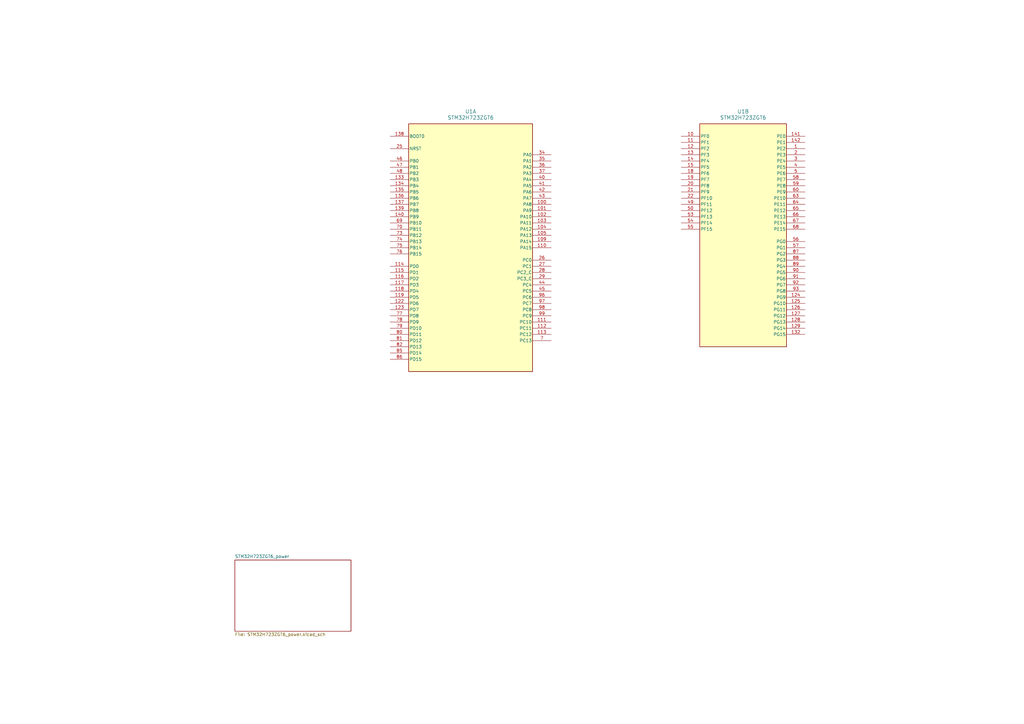
<source format=kicad_sch>
(kicad_sch (version 20231120) (generator "eeschema") (generator_version "8.0")
  (paper "A3")
  (lib_symbols
    (symbol "STM32H723ZGT6:STM32H723ZGT6" (pin_names (offset 0.254))
      (property "Reference" "U" (at 13.716 -17.018 0))
      (property "Value" "STM32H723ZGT6" (at 22.098 -19.812 0))
      (symbol "STM32H723ZGT6_1_1"
        (rectangle (start 7.62 5.08) (end 58.42 -96.52) (stroke (width 0.254)) (fill (type background)))
        (pin bidirectional line (at 66.04 -27.94 180) (length 7.62) (name "PA8") (number "100"))
        (pin bidirectional line (at 66.04 -30.48 180) (length 7.62) (name "PA9") (number "101"))
        (pin bidirectional line (at 66.04 -33.02 180) (length 7.62) (name "PA10") (number "102"))
        (pin bidirectional line (at 66.04 -35.56 180) (length 7.62) (name "PA11") (number "103"))
        (pin bidirectional line (at 66.04 -38.1 180) (length 7.62) (name "PA12") (number "104"))
        (pin bidirectional line (at 66.04 -40.64 180) (length 7.62) (name "PA13") (number "105"))
        (pin bidirectional line (at 66.04 -43.18 180) (length 7.62) (name "PA14") (number "109"))
        (pin bidirectional line (at 66.04 -45.72 180) (length 7.62) (name "PA15") (number "110"))
        (pin bidirectional line (at 66.04 -76.2 180) (length 7.62) (name "PC10") (number "111"))
        (pin bidirectional line (at 66.04 -78.74 180) (length 7.62) (name "PC11") (number "112"))
        (pin bidirectional line (at 66.04 -81.28 180) (length 7.62) (name "PC12") (number "113"))
        (pin bidirectional line (at 0 -53.34 0) (length 7.62) (name "PD0") (number "114"))
        (pin bidirectional line (at 0 -55.88 0) (length 7.62) (name "PD1") (number "115"))
        (pin bidirectional line (at 0 -58.42 0) (length 7.62) (name "PD2") (number "116"))
        (pin bidirectional line (at 0 -60.96 0) (length 7.62) (name "PD3") (number "117"))
        (pin bidirectional line (at 0 -63.5 0) (length 7.62) (name "PD4") (number "118"))
        (pin bidirectional line (at 0 -66.04 0) (length 7.62) (name "PD5") (number "119"))
        (pin bidirectional line (at 0 -68.58 0) (length 7.62) (name "PD6") (number "122"))
        (pin bidirectional line (at 0 -71.12 0) (length 7.62) (name "PD7") (number "123"))
        (pin bidirectional line (at 0 -17.78 0) (length 7.62) (name "PB3") (number "133"))
        (pin bidirectional line (at 0 -20.32 0) (length 7.62) (name "PB4") (number "134"))
        (pin bidirectional line (at 0 -22.86 0) (length 7.62) (name "PB5") (number "135"))
        (pin bidirectional line (at 0 -25.4 0) (length 7.62) (name "PB6") (number "136"))
        (pin bidirectional line (at 0 -27.94 0) (length 7.62) (name "PB7") (number "137"))
        (pin input line (at 0 0 0) (length 7.62) (name "BOOT0") (number "138"))
        (pin bidirectional line (at 0 -30.48 0) (length 7.62) (name "PB8") (number "139"))
        (pin bidirectional line (at 0 -33.02 0) (length 7.62) (name "PB9") (number "140"))
        (pin bidirectional line (at 0 -5.08 0) (length 7.62) (name "NRST") (number "25"))
        (pin bidirectional line (at 66.04 -50.8 180) (length 7.62) (name "PC0") (number "26"))
        (pin bidirectional line (at 66.04 -53.34 180) (length 7.62) (name "PC1") (number "27"))
        (pin bidirectional line (at 66.04 -55.88 180) (length 7.62) (name "PC2_C") (number "28"))
        (pin bidirectional line (at 66.04 -58.42 180) (length 7.62) (name "PC3_C") (number "29"))
        (pin bidirectional line (at 66.04 -7.62 180) (length 7.62) (name "PA0") (number "34"))
        (pin bidirectional line (at 66.04 -10.16 180) (length 7.62) (name "PA1") (number "35"))
        (pin bidirectional line (at 66.04 -12.7 180) (length 7.62) (name "PA2") (number "36"))
        (pin bidirectional line (at 66.04 -15.24 180) (length 7.62) (name "PA3") (number "37"))
        (pin bidirectional line (at 66.04 -17.78 180) (length 7.62) (name "PA4") (number "40"))
        (pin bidirectional line (at 66.04 -20.32 180) (length 7.62) (name "PA5") (number "41"))
        (pin bidirectional line (at 66.04 -22.86 180) (length 7.62) (name "PA6") (number "42"))
        (pin bidirectional line (at 66.04 -25.4 180) (length 7.62) (name "PA7") (number "43"))
        (pin bidirectional line (at 66.04 -60.96 180) (length 7.62) (name "PC4") (number "44"))
        (pin bidirectional line (at 66.04 -63.5 180) (length 7.62) (name "PC5") (number "45"))
        (pin bidirectional line (at 0 -10.16 0) (length 7.62) (name "PB0") (number "46"))
        (pin bidirectional line (at 0 -12.7 0) (length 7.62) (name "PB1") (number "47"))
        (pin bidirectional line (at 0 -15.24 0) (length 7.62) (name "PB2") (number "48"))
        (pin bidirectional line (at 0 -35.56 0) (length 7.62) (name "PB10") (number "69"))
        (pin bidirectional line (at 66.04 -83.82 180) (length 7.62) (name "PC13") (number "7"))
        (pin bidirectional line (at 0 -38.1 0) (length 7.62) (name "PB11") (number "70"))
        (pin bidirectional line (at 0 -40.64 0) (length 7.62) (name "PB12") (number "73"))
        (pin bidirectional line (at 0 -43.18 0) (length 7.62) (name "PB13") (number "74"))
        (pin bidirectional line (at 0 -45.72 0) (length 7.62) (name "PB14") (number "75"))
        (pin bidirectional line (at 0 -48.26 0) (length 7.62) (name "PB15") (number "76"))
        (pin bidirectional line (at 0 -73.66 0) (length 7.62) (name "PD8") (number "77"))
        (pin bidirectional line (at 0 -76.2 0) (length 7.62) (name "PD9") (number "78"))
        (pin bidirectional line (at 0 -78.74 0) (length 7.62) (name "PD10") (number "79"))
        (pin bidirectional line (at 0 -81.28 0) (length 7.62) (name "PD11") (number "80"))
        (pin bidirectional line (at 0 -83.82 0) (length 7.62) (name "PD12") (number "81"))
        (pin bidirectional line (at 0 -86.36 0) (length 7.62) (name "PD13") (number "82"))
        (pin bidirectional line (at 0 -88.9 0) (length 7.62) (name "PD14") (number "85"))
        (pin bidirectional line (at 0 -91.44 0) (length 7.62) (name "PD15") (number "86"))
        (pin bidirectional line (at 66.04 -66.04 180) (length 7.62) (name "PC6") (number "96"))
        (pin bidirectional line (at 66.04 -68.58 180) (length 7.62) (name "PC7") (number "97"))
        (pin bidirectional line (at 66.04 -71.12 180) (length 7.62) (name "PC8") (number "98"))
        (pin bidirectional line (at 66.04 -73.66 180) (length 7.62) (name "PC9") (number "99"))
      )
      (symbol "STM32H723ZGT6_2_1"
        (rectangle (start 7.62 5.08) (end 43.18 -86.36) (stroke (width 0.254)) (fill (type background)))
        (pin bidirectional line (at 50.8 -5.08 180) (length 7.62) (name "PE2") (number "1"))
        (pin bidirectional line (at 0 0 0) (length 7.62) (name "PF0") (number "10"))
        (pin bidirectional line (at 0 -2.54 0) (length 7.62) (name "PF1") (number "11"))
        (pin bidirectional line (at 0 -5.08 0) (length 7.62) (name "PF2") (number "12"))
        (pin bidirectional line (at 50.8 -66.04 180) (length 7.62) (name "PG9") (number "124"))
        (pin bidirectional line (at 50.8 -68.58 180) (length 7.62) (name "PG10") (number "125"))
        (pin bidirectional line (at 50.8 -71.12 180) (length 7.62) (name "PG11") (number "126"))
        (pin bidirectional line (at 50.8 -73.66 180) (length 7.62) (name "PG12") (number "127"))
        (pin bidirectional line (at 50.8 -76.2 180) (length 7.62) (name "PG13") (number "128"))
        (pin bidirectional line (at 50.8 -78.74 180) (length 7.62) (name "PG14") (number "129"))
        (pin bidirectional line (at 0 -7.62 0) (length 7.62) (name "PF3") (number "13"))
        (pin bidirectional line (at 50.8 -81.28 180) (length 7.62) (name "PG15") (number "132"))
        (pin bidirectional line (at 0 -10.16 0) (length 7.62) (name "PF4") (number "14"))
        (pin bidirectional line (at 50.8 0 180) (length 7.62) (name "PE0") (number "141"))
        (pin bidirectional line (at 50.8 -2.54 180) (length 7.62) (name "PE1") (number "142"))
        (pin bidirectional line (at 0 -12.7 0) (length 7.62) (name "PF5") (number "15"))
        (pin bidirectional line (at 0 -15.24 0) (length 7.62) (name "PF6") (number "18"))
        (pin bidirectional line (at 0 -17.78 0) (length 7.62) (name "PF7") (number "19"))
        (pin bidirectional line (at 50.8 -7.62 180) (length 7.62) (name "PE3") (number "2"))
        (pin bidirectional line (at 0 -20.32 0) (length 7.62) (name "PF8") (number "20"))
        (pin bidirectional line (at 0 -22.86 0) (length 7.62) (name "PF9") (number "21"))
        (pin bidirectional line (at 0 -25.4 0) (length 7.62) (name "PF10") (number "22"))
        (pin bidirectional line (at 50.8 -10.16 180) (length 7.62) (name "PE4") (number "3"))
        (pin bidirectional line (at 50.8 -12.7 180) (length 7.62) (name "PE5") (number "4"))
        (pin bidirectional line (at 0 -27.94 0) (length 7.62) (name "PF11") (number "49"))
        (pin bidirectional line (at 50.8 -15.24 180) (length 7.62) (name "PE6") (number "5"))
        (pin bidirectional line (at 0 -30.48 0) (length 7.62) (name "PF12") (number "50"))
        (pin bidirectional line (at 0 -33.02 0) (length 7.62) (name "PF13") (number "53"))
        (pin bidirectional line (at 0 -35.56 0) (length 7.62) (name "PF14") (number "54"))
        (pin bidirectional line (at 0 -38.1 0) (length 7.62) (name "PF15") (number "55"))
        (pin bidirectional line (at 50.8 -43.18 180) (length 7.62) (name "PG0") (number "56"))
        (pin bidirectional line (at 50.8 -45.72 180) (length 7.62) (name "PG1") (number "57"))
        (pin bidirectional line (at 50.8 -17.78 180) (length 7.62) (name "PE7") (number "58"))
        (pin bidirectional line (at 50.8 -20.32 180) (length 7.62) (name "PE8") (number "59"))
        (pin bidirectional line (at 50.8 -22.86 180) (length 7.62) (name "PE9") (number "60"))
        (pin bidirectional line (at 50.8 -25.4 180) (length 7.62) (name "PE10") (number "63"))
        (pin bidirectional line (at 50.8 -27.94 180) (length 7.62) (name "PE11") (number "64"))
        (pin bidirectional line (at 50.8 -30.48 180) (length 7.62) (name "PE12") (number "65"))
        (pin bidirectional line (at 50.8 -33.02 180) (length 7.62) (name "PE13") (number "66"))
        (pin bidirectional line (at 50.8 -35.56 180) (length 7.62) (name "PE14") (number "67"))
        (pin bidirectional line (at 50.8 -38.1 180) (length 7.62) (name "PE15") (number "68"))
        (pin bidirectional line (at 50.8 -48.26 180) (length 7.62) (name "PG2") (number "87"))
        (pin bidirectional line (at 50.8 -50.8 180) (length 7.62) (name "PG3") (number "88"))
        (pin bidirectional line (at 50.8 -53.34 180) (length 7.62) (name "PG4") (number "89"))
        (pin bidirectional line (at 50.8 -55.88 180) (length 7.62) (name "PG5") (number "90"))
        (pin bidirectional line (at 50.8 -58.42 180) (length 7.62) (name "PG6") (number "91"))
        (pin bidirectional line (at 50.8 -60.96 180) (length 7.62) (name "PG7") (number "92"))
        (pin bidirectional line (at 50.8 -63.5 180) (length 7.62) (name "PG8") (number "93"))
      )
      (symbol "STM32H723ZGT6_3_1"
        (rectangle (start 0 0) (end 54.61 -38.1) (stroke (width 0.254)) (fill (type background)))
        (pin power_in line (at -7.62 -22.86 0) (length 7.62) (name "VCAP") (number "106"))
        (pin power_in line (at 26.67 -45.72 90) (length 7.62) (name "VSS") (number "107"))
        (pin power_in line (at 17.78 7.62 270) (length 7.62) (name "VDD") (number "108"))
        (pin power_in line (at 29.21 -45.72 90) (length 7.62) (name "VSS") (number "120"))
        (pin power_in line (at 15.24 7.62 270) (length 7.62) (name "VDD") (number "121"))
        (pin power_in line (at 31.75 -45.72 90) (length 7.62) (name "VSS") (number "130"))
        (pin power_in line (at 12.7 7.62 270) (length 7.62) (name "VDD") (number "131"))
        (pin power_in line (at -7.62 -15.24 0) (length 7.62) (name "PDR_ON") (number "143"))
        (pin power_in line (at 10.16 7.62 270) (length 7.62) (name "VDD") (number "144"))
        (pin power_in line (at 11.43 -45.72 90) (length 7.62) (name "VSS") (number "16"))
        (pin power_in line (at 35.56 7.62 270) (length 7.62) (name "VDD") (number "17"))
        (pin bidirectional line (at 62.23 -15.24 180) (length 7.62) (name "PH0-OSC_IN") (number "23"))
        (pin bidirectional line (at 62.23 -17.78 180) (length 7.62) (name "PH1-OSC_OUT") (number "24"))
        (pin power_in line (at 33.02 7.62 270) (length 7.62) (name "VDD") (number "30"))
        (pin power_in line (at 36.83 -45.72 90) (length 7.62) (name "VSSA") (number "31"))
        (pin power_in line (at -7.62 -7.62 0) (length 7.62) (name "VREF+") (number "32"))
        (pin power_in line (at 40.64 7.62 270) (length 7.62) (name "VDDA") (number "33"))
        (pin power_in line (at 13.97 -45.72 90) (length 7.62) (name "VSS") (number "38"))
        (pin power_in line (at 30.48 7.62 270) (length 7.62) (name "VDD") (number "39"))
        (pin power_in line (at 16.51 -45.72 90) (length 7.62) (name "VSS") (number "51"))
        (pin power_in line (at 27.94 7.62 270) (length 7.62) (name "VDD") (number "52"))
        (pin power_in line (at -7.62 -12.7 0) (length 7.62) (name "VBAT") (number "6"))
        (pin power_in line (at 19.05 -45.72 90) (length 7.62) (name "VSS") (number "61"))
        (pin power_in line (at 25.4 7.62 270) (length 7.62) (name "VDD") (number "62"))
        (pin power_in line (at -7.62 -20.32 0) (length 7.62) (name "VCAP") (number "71"))
        (pin power_in line (at 22.86 7.62 270) (length 7.62) (name "VDD") (number "72"))
        (pin bidirectional line (at 62.23 -24.13 180) (length 7.62) (name "PC14-OSC32_IN") (number "8"))
        (pin power_in line (at 21.59 -45.72 90) (length 7.62) (name "VSS") (number "83"))
        (pin power_in line (at 20.32 7.62 270) (length 7.62) (name "VDD") (number "84"))
        (pin bidirectional line (at 62.23 -26.67 180) (length 7.62) (name "PC15-OSC32_OUT") (number "9"))
        (pin power_in line (at 24.13 -45.72 90) (length 7.62) (name "VSS") (number "94"))
        (pin power_in line (at 45.72 7.62 270) (length 7.62) (name "VDD33USB") (number "95"))
      )
    )
  )
  (symbol (lib_id "STM32H723ZGT6:STM32H723ZGT6") (at 160.02 55.88 0) (unit 1)
    (property "Reference" "U1" (at 193.04 45.72 0) (effects (font (size 1.524 1.524))))
    (property "Value" "STM32H723ZGT6" (at 193.04 48.26 0) (effects (font (size 1.524 1.524))))
    (property "Footprint" "LQFP144_STM" (effects (hide yes)))
    (property "Datasheet" "STM32H723ZGT6" (effects (hide yes)))
  )
  (symbol (lib_id "STM32H723ZGT6:STM32H723ZGT6") (at 279.4 55.88 0) (unit 2)
    (property "Reference" "U1" (at 304.8 45.72 0) (effects (font (size 1.524 1.524))))
    (property "Value" "STM32H723ZGT6" (at 304.8 48.26 0) (effects (font (size 1.524 1.524))))
    (property "Footprint" "LQFP144_STM" (effects (hide yes)))
    (property "Datasheet" "STM32H723ZGT6" (effects (hide yes)))
  )
  (sheet (at 96.335 229.685) (size 47.625 29.21) (stroke (width 0.15))
    (property "Sheetname" "STM32H723ZGT6_power" (at 96.335 228.9746 0) (effects (justify left bottom)))
    (property "Sheetfile" "STM32H723ZGT6_power.kicad_sch" (at 96.335 259.4784 0) (effects (justify left top)))
  )
)
</source>
